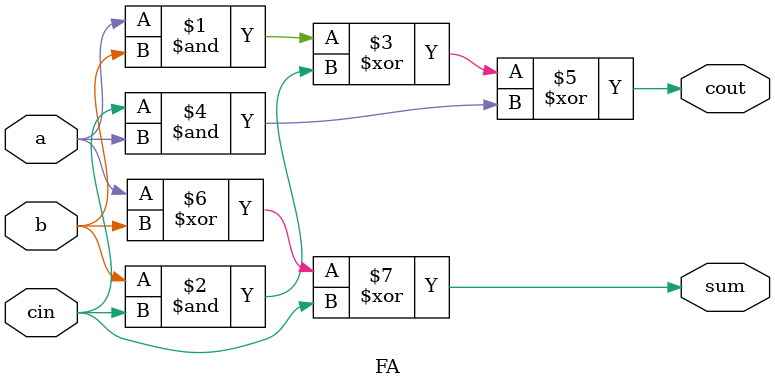
<source format=v>
module top_module( 
    input [99:0] a, b,
    input cin,
    output [99:0] cout,
    output [99:0] sum );
    
    genvar i;
    
    FA x0(.a(a[0]), .b(b[0]), .cin(cin), .cout(cout[0]), .sum(sum[0]));
    generate 
        for(i=1; i<=99; i=i+1) begin: full_adder
            FA x1(.a(a[i]), .b(b[i]), .cin(cout[i-1]), .cout(cout[i]),.sum(sum[i]));
    end
    endgenerate
endmodule

module FA(
    input a,b,
    input cin,
    output cout,
    output sum);
    
    assign cout = (a & b) ^(b & cin) ^ (cin & a);
    assign sum = a ^ b ^ cin;
endmodule
</source>
